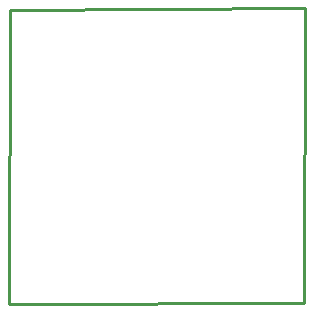
<source format=gbr>
G04 EAGLE Gerber RS-274X export*
G75*
%MOMM*%
%FSLAX34Y34*%
%LPD*%
%IN*%
%IPPOS*%
%AMOC8*
5,1,8,0,0,1.08239X$1,22.5*%
G01*
%ADD10C,0.254000*%


D10*
X0Y0D02*
X249938Y1016D01*
X250954Y250344D01*
X1016Y249328D01*
X0Y0D01*
M02*

</source>
